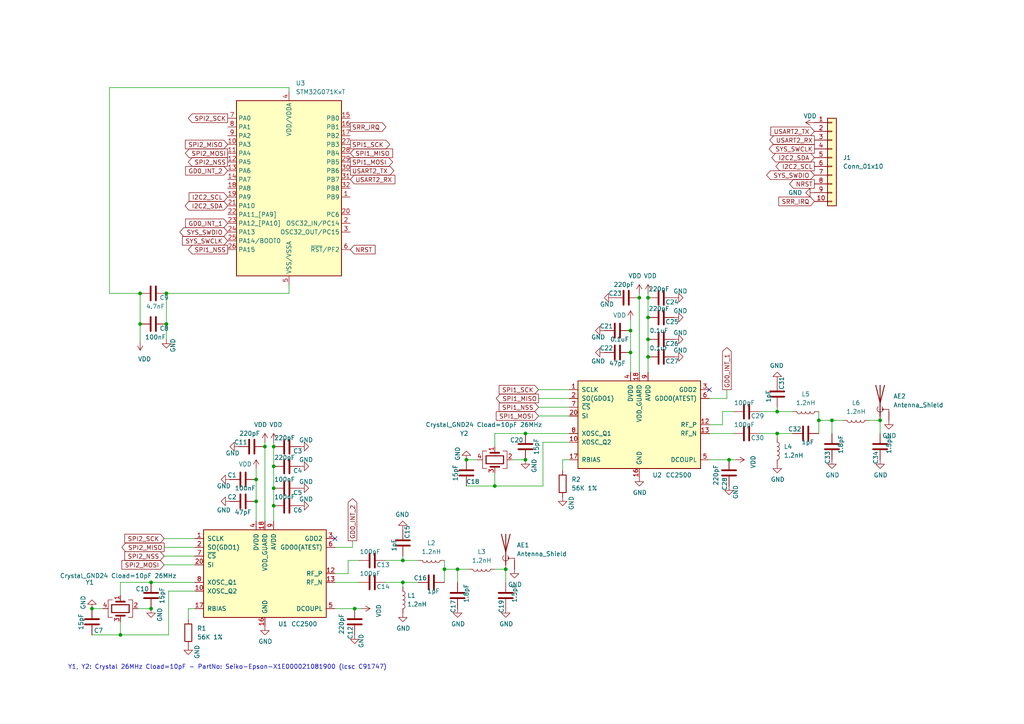
<source format=kicad_sch>
(kicad_sch (version 20230121) (generator eeschema)
  (paper "A4")
  (lib_symbols
    (symbol "Connector_Generic:Conn_01x10" (pin_names (offset 1.016) hide)
      (property "Reference" "J" (at 0 12.7 0))
      (property "Value" "Conn_01x10" (at 0 -15.24 0))
      (symbol "Conn_01x10_1_1"
        (rectangle (start -1.27 -12.573) (end 0 -12.827) (stroke (width 0.1524)))
        (rectangle (start -1.27 -10.033) (end 0 -10.287) (stroke (width 0.1524)))
        (rectangle (start -1.27 -7.493) (end 0 -7.747) (stroke (width 0.1524)))
        (rectangle (start -1.27 -4.953) (end 0 -5.207) (stroke (width 0.1524)))
        (rectangle (start -1.27 -2.413) (end 0 -2.667) (stroke (width 0.1524)))
        (rectangle (start -1.27 0.127) (end 0 -0.127) (stroke (width 0.1524)))
        (rectangle (start -1.27 2.667) (end 0 2.413) (stroke (width 0.1524)))
        (rectangle (start -1.27 5.207) (end 0 4.953) (stroke (width 0.1524)))
        (rectangle (start -1.27 7.747) (end 0 7.493) (stroke (width 0.1524)))
        (rectangle (start -1.27 10.287) (end 0 10.033) (stroke (width 0.1524)))
        (rectangle (start -1.27 11.43) (end 1.27 -13.97) (stroke (width 0.254)) (fill (type background)))
        (pin passive line (at -5.08 10.16 0) (length 3.81) (name "Pin_1") (number "1"))
        (pin passive line (at -5.08 -12.7 0) (length 3.81) (name "Pin_10") (number "10"))
        (pin passive line (at -5.08 7.62 0) (length 3.81) (name "Pin_2") (number "2"))
        (pin passive line (at -5.08 5.08 0) (length 3.81) (name "Pin_3") (number "3"))
        (pin passive line (at -5.08 2.54 0) (length 3.81) (name "Pin_4") (number "4"))
        (pin passive line (at -5.08 0 0) (length 3.81) (name "Pin_5") (number "5"))
        (pin passive line (at -5.08 -2.54 0) (length 3.81) (name "Pin_6") (number "6"))
        (pin passive line (at -5.08 -5.08 0) (length 3.81) (name "Pin_7") (number "7"))
        (pin passive line (at -5.08 -7.62 0) (length 3.81) (name "Pin_8") (number "8"))
        (pin passive line (at -5.08 -10.16 0) (length 3.81) (name "Pin_9") (number "9"))
      )
    )
    (symbol "Device:Antenna_Shield" (pin_numbers hide) (pin_names (offset 1.016) hide)
      (property "Reference" "AE" (at -1.905 4.445 0))
      (property "Value" "Antenna_Shield" (at -1.905 2.54 0))
      (symbol "Antenna_Shield_0_1"
        (arc (start -0.508 -1.143) (mid -0.8429 -2.1194) (end 0 -2.667))
        (arc (start 0 -2.667) (mid 0.7989 -2.1052) (end 0.508 -1.143))
        (polyline (pts (xy 0 -2.54) (xy 0 0)))
        (polyline (pts (xy 0 5.08) (xy 0 -3.81)) (stroke (width 0.254)))
        (polyline (pts (xy 0.762 -1.905) (xy 2.54 -1.905)))
        (polyline (pts (xy 2.54 -2.54) (xy 2.54 -1.905)))
        (polyline (pts (xy 1.27 5.08) (xy 0 0) (xy -1.27 5.08)) (stroke (width 0.254)))
        (circle (center 0.762 -1.905) (radius 0.1778) (fill (type outline)))
      )
      (symbol "Antenna_Shield_1_1"
        (pin input line (at 0 -5.08 90) (length 2.54) (name "A") (number "1"))
        (pin input line (at 2.54 -5.08 90) (length 2.54) (name "Shield") (number "2"))
      )
    )
    (symbol "Device:C" (pin_numbers hide) (pin_names (offset 0.254))
      (property "Reference" "C" (at 0.635 2.54 0))
      (property "Value" "C" (at 0.635 -2.54 0))
      (symbol "C_0_1"
        (polyline (pts (xy -2.032 -0.762) (xy 2.032 -0.762)) (stroke (width 0.508)))
        (polyline (pts (xy -2.032 0.762) (xy 2.032 0.762)) (stroke (width 0.508)))
      )
      (symbol "C_1_1"
        (pin passive line (at 0 3.81 270) (length 2.794) (name "~") (number "1"))
        (pin passive line (at 0 -3.81 90) (length 2.794) (name "~") (number "2"))
      )
    )
    (symbol "Device:Crystal_GND24" (pin_names (offset 1.016) hide)
      (property "Reference" "Y" (at 3.175 5.08 0))
      (property "Value" "Crystal_GND24" (at 3.175 3.175 0))
      (symbol "Crystal_GND24_0_1"
        (rectangle (start -1.143 2.54) (end 1.143 -2.54) (stroke (width 0.3048)))
        (polyline (pts (xy -2.54 0) (xy -2.032 0)))
        (polyline (pts (xy -2.032 -1.27) (xy -2.032 1.27)) (stroke (width 0.508)))
        (polyline (pts (xy 0 -3.81) (xy 0 -3.556)))
        (polyline (pts (xy 0 3.556) (xy 0 3.81)))
        (polyline (pts (xy 2.032 -1.27) (xy 2.032 1.27)) (stroke (width 0.508)))
        (polyline (pts (xy 2.032 0) (xy 2.54 0)))
        (polyline (pts (xy -2.54 -2.286) (xy -2.54 -3.556) (xy 2.54 -3.556) (xy 2.54 -2.286)))
        (polyline (pts (xy -2.54 2.286) (xy -2.54 3.556) (xy 2.54 3.556) (xy 2.54 2.286)))
      )
      (symbol "Crystal_GND24_1_1"
        (pin passive line (at -3.81 0 0) (length 1.27) (name "1") (number "1"))
        (pin passive line (at 0 5.08 270) (length 1.27) (name "2") (number "2"))
        (pin passive line (at 3.81 0 180) (length 1.27) (name "3") (number "3"))
        (pin passive line (at 0 -5.08 90) (length 1.27) (name "4") (number "4"))
      )
    )
    (symbol "Device:L" (pin_numbers hide) (pin_names (offset 1.016) hide)
      (property "Reference" "L" (at -1.27 0 90))
      (property "Value" "L" (at 1.905 0 90))
      (symbol "L_0_1"
        (arc (start 0 -2.54) (mid 0.6323 -1.905) (end 0 -1.27))
        (arc (start 0 -1.27) (mid 0.6323 -0.635) (end 0 0))
        (arc (start 0 0) (mid 0.6323 0.635) (end 0 1.27))
        (arc (start 0 1.27) (mid 0.6323 1.905) (end 0 2.54))
      )
      (symbol "L_1_1"
        (pin passive line (at 0 3.81 270) (length 1.27) (name "1") (number "1"))
        (pin passive line (at 0 -3.81 90) (length 1.27) (name "2") (number "2"))
      )
    )
    (symbol "Device:R" (pin_numbers hide) (pin_names (offset 0))
      (property "Reference" "R" (at 2.032 0 90))
      (property "Value" "R" (at 0 0 90))
      (symbol "R_0_1"
        (rectangle (start -1.016 -2.54) (end 1.016 2.54) (stroke (width 0.254)))
      )
      (symbol "R_1_1"
        (pin passive line (at 0 3.81 270) (length 1.27) (name "~") (number "1"))
        (pin passive line (at 0 -3.81 90) (length 1.27) (name "~") (number "2"))
      )
    )
    (symbol "MCU_ST_STM32G0:STM32G071KxT"
      (property "Reference" "U" (at -15.24 26.67 0))
      (property "Value" "STM32G071KxT" (at 1.27 26.67 0))
      (symbol "STM32G071KxT_0_1"
        (rectangle (start -15.24 -25.4) (end 15.24 25.4) (stroke (width 0.254)) (fill (type background)))
      )
      (symbol "STM32G071KxT_1_1"
        (pin bidirectional line (at 17.78 -2.54 180) (length 2.54) (name "PB9") (number "1"))
        (pin bidirectional line (at -17.78 12.7 0) (length 2.54) (name "PA3") (number "10"))
        (pin bidirectional line (at -17.78 10.16 0) (length 2.54) (name "PA4") (number "11"))
        (pin bidirectional line (at -17.78 7.62 0) (length 2.54) (name "PA5") (number "12"))
        (pin bidirectional line (at -17.78 5.08 0) (length 2.54) (name "PA6") (number "13"))
        (pin bidirectional line (at -17.78 2.54 0) (length 2.54) (name "PA7") (number "14"))
        (pin bidirectional line (at 17.78 20.32 180) (length 2.54) (name "PB0") (number "15"))
        (pin bidirectional line (at 17.78 17.78 180) (length 2.54) (name "PB1") (number "16"))
        (pin bidirectional line (at 17.78 15.24 180) (length 2.54) (name "PB2") (number "17"))
        (pin bidirectional line (at -17.78 0 0) (length 2.54) (name "PA8") (number "18"))
        (pin bidirectional line (at -17.78 -2.54 0) (length 2.54) (name "PA9") (number "19"))
        (pin bidirectional line (at 17.78 -10.16 180) (length 2.54) (name "OSC32_IN/PC14") (number "2"))
        (pin bidirectional line (at 17.78 -7.62 180) (length 2.54) (name "PC6") (number "20"))
        (pin bidirectional line (at -17.78 -5.08 0) (length 2.54) (name "PA10") (number "21"))
        (pin bidirectional line (at -17.78 -7.62 0) (length 2.54) (name "PA11_[PA9]") (number "22"))
        (pin bidirectional line (at -17.78 -10.16 0) (length 2.54) (name "PA12_[PA10]") (number "23"))
        (pin bidirectional line (at -17.78 -12.7 0) (length 2.54) (name "PA13") (number "24"))
        (pin bidirectional line (at -17.78 -15.24 0) (length 2.54) (name "PA14/BOOT0") (number "25"))
        (pin bidirectional line (at -17.78 -17.78 0) (length 2.54) (name "PA15") (number "26"))
        (pin bidirectional line (at 17.78 12.7 180) (length 2.54) (name "PB3") (number "27"))
        (pin bidirectional line (at 17.78 10.16 180) (length 2.54) (name "PB4") (number "28"))
        (pin bidirectional line (at 17.78 7.62 180) (length 2.54) (name "PB5") (number "29"))
        (pin bidirectional line (at 17.78 -12.7 180) (length 2.54) (name "OSC32_OUT/PC15") (number "3"))
        (pin bidirectional line (at 17.78 5.08 180) (length 2.54) (name "PB6") (number "30"))
        (pin bidirectional line (at 17.78 2.54 180) (length 2.54) (name "PB7") (number "31"))
        (pin bidirectional line (at 17.78 0 180) (length 2.54) (name "PB8") (number "32"))
        (pin power_in line (at 0 27.94 270) (length 2.54) (name "VDD/VDDA") (number "4"))
        (pin power_in line (at 0 -27.94 90) (length 2.54) (name "VSS/VSSA") (number "5"))
        (pin bidirectional line (at 17.78 -17.78 180) (length 2.54) (name "~{RST}/PF2") (number "6"))
        (pin bidirectional line (at -17.78 20.32 0) (length 2.54) (name "PA0") (number "7"))
        (pin bidirectional line (at -17.78 17.78 0) (length 2.54) (name "PA1") (number "8"))
        (pin bidirectional line (at -17.78 15.24 0) (length 2.54) (name "PA2") (number "9"))
      )
    )
    (symbol "RF:CC2500" (pin_names (offset 1.016))
      (property "Reference" "U" (at -16.51 13.97 0))
      (property "Value" "CC2500" (at 13.97 13.97 0))
      (symbol "CC2500_0_1"
        (rectangle (start -17.78 12.7) (end 17.78 -12.7) (stroke (width 0.254)) (fill (type background)))
      )
      (symbol "CC2500_1_1"
        (pin input line (at -20.32 10.16 0) (length 2.54) (name "SCLK") (number "1"))
        (pin passive line (at -20.32 -5.08 0) (length 2.54) (name "XOSC_Q2") (number "10"))
        (pin passive line (at 2.54 15.24 270) (length 2.54) hide (name "AVDD") (number "11"))
        (pin passive line (at 20.32 0 180) (length 2.54) (name "RF_P") (number "12"))
        (pin passive line (at 20.32 -2.54 180) (length 2.54) (name "RF_N") (number "13"))
        (pin passive line (at 2.54 15.24 270) (length 2.54) hide (name "AVDD") (number "14"))
        (pin passive line (at 2.54 15.24 270) (length 2.54) hide (name "AVDD") (number "15"))
        (pin power_in line (at 0 -15.24 90) (length 2.54) (name "GND") (number "16"))
        (pin passive line (at -20.32 -10.16 0) (length 2.54) (name "RBIAS") (number "17"))
        (pin power_in line (at 0 15.24 270) (length 2.54) (name "VDD_GUARD") (number "18"))
        (pin passive line (at 0 -15.24 90) (length 2.54) hide (name "GND") (number "19"))
        (pin bidirectional line (at -20.32 7.62 0) (length 2.54) (name "SO(GDO1)") (number "2"))
        (pin input line (at -20.32 2.54 0) (length 2.54) (name "SI") (number "20"))
        (pin passive line (at 0 -15.24 90) (length 2.54) hide (name "GND") (number "21"))
        (pin bidirectional line (at 20.32 10.16 180) (length 2.54) (name "GDO2") (number "3"))
        (pin power_in line (at -2.54 15.24 270) (length 2.54) (name "DVDD") (number "4"))
        (pin power_out line (at 20.32 -10.16 180) (length 2.54) (name "DCOUPL") (number "5"))
        (pin bidirectional line (at 20.32 7.62 180) (length 2.54) (name "GDO0(ATEST)") (number "6"))
        (pin input line (at -20.32 5.08 0) (length 2.54) (name "~{CS}") (number "7"))
        (pin passive line (at -20.32 -2.54 0) (length 2.54) (name "XOSC_Q1") (number "8"))
        (pin power_in line (at 2.54 15.24 270) (length 2.54) (name "AVDD") (number "9"))
      )
    )
    (symbol "power:GND" (power) (pin_names (offset 0))
      (property "Value" "GND" (at 0 -3.81 0))
      (symbol "GND_0_1"
        (polyline (pts (xy 0 0) (xy 0 -1.27) (xy 1.27 -1.27) (xy 0 -2.54) (xy -1.27 -1.27) (xy 0 -1.27)))
      )
      (symbol "GND_1_1"
        (pin power_in line (at 0 0 270) (length 0) hide (name "GND") (number "1"))
      )
    )
    (symbol "power:VDD" (power) (pin_names (offset 0))
      (property "Value" "VDD" (at 0 3.81 0))
      (symbol "VDD_0_1"
        (polyline (pts (xy -0.762 1.27) (xy 0 2.54)))
        (polyline (pts (xy 0 0) (xy 0 2.54)))
        (polyline (pts (xy 0 2.54) (xy 0.762 1.27)))
      )
      (symbol "VDD_1_1"
        (pin power_in line (at 0 0 90) (length 0) hide (name "VDD") (number "1"))
      )
    )
  )
  (junction (at 132.715 165.1))
  (junction (at 74.295 139.065))
  (junction (at 116.84 168.91))
  (junction (at 135.255 133.35))
  (junction (at 79.375 135.255))
  (junction (at 187.96 103.505))
  (junction (at 79.375 146.685))
  (junction (at 152.4 133.35))
  (junction (at 241.3 121.92))
  (junction (at 182.88 102.235))
  (junction (at 48.26 85.09))
  (junction (at 185.42 86.36))
  (junction (at 255.27 121.92))
  (junction (at 187.96 86.36))
  (junction (at 26.67 176.53))
  (junction (at 40.64 85.09))
  (junction (at 34.925 184.15))
  (junction (at 79.375 129.54))
  (junction (at 40.64 93.98))
  (junction (at 74.295 145.415))
  (junction (at 182.88 95.885))
  (junction (at 128.905 165.1))
  (junction (at 237.49 121.92))
  (junction (at 79.375 141.605))
  (junction (at 48.26 93.98))
  (junction (at 146.685 165.1))
  (junction (at 225.425 119.38))
  (junction (at 152.4 125.73))
  (junction (at 225.425 125.73))
  (junction (at 43.815 168.91))
  (junction (at 76.835 129.54))
  (junction (at 143.51 140.97))
  (junction (at 102.87 176.53))
  (junction (at 116.84 162.56))
  (junction (at 187.96 98.425))
  (junction (at 211.455 133.35))
  (junction (at 187.96 92.075))
  (junction (at 43.815 176.53))
  (no_connect (at 97.155 156.21))
  (no_connect (at 205.74 113.03))
  (wire (pts (xy 255.27 121.92) (xy 252.095 121.92)))
  (wire (pts (xy 56.515 176.53) (xy 54.61 176.53)))
  (wire (pts (xy 26.67 184.15) (xy 34.925 184.15)))
  (wire (pts (xy 74.295 145.415) (xy 74.295 151.13)))
  (wire (pts (xy 156.21 120.65) (xy 165.1 120.65)))
  (wire (pts (xy 97.155 158.75) (xy 102.235 158.75)))
  (wire (pts (xy 255.27 125.73) (xy 255.27 121.92)))
  (wire (pts (xy 187.96 92.075) (xy 187.96 98.425)))
  (wire (pts (xy 34.925 168.91) (xy 43.815 168.91)))
  (wire (pts (xy 79.375 141.605) (xy 79.375 146.685)))
  (wire (pts (xy 111.76 162.56) (xy 116.84 162.56)))
  (wire (pts (xy 83.82 25.4) (xy 31.75 25.4)))
  (wire (pts (xy 74.295 139.065) (xy 74.295 135.89)))
  (wire (pts (xy 211.455 133.35) (xy 213.36 133.35)))
  (wire (pts (xy 34.925 172.72) (xy 34.925 168.91)))
  (wire (pts (xy 143.51 129.54) (xy 143.51 125.73)))
  (wire (pts (xy 187.96 103.505) (xy 187.96 107.95)))
  (wire (pts (xy 47.625 161.29) (xy 56.515 161.29)))
  (wire (pts (xy 97.155 166.37) (xy 100.965 166.37)))
  (wire (pts (xy 54.61 176.53) (xy 54.61 179.705)))
  (wire (pts (xy 132.715 165.1) (xy 135.89 165.1)))
  (wire (pts (xy 241.3 121.92) (xy 244.475 121.92)))
  (wire (pts (xy 116.84 161.29) (xy 116.84 162.56)))
  (wire (pts (xy 210.82 115.57) (xy 210.82 113.03)))
  (wire (pts (xy 40.64 99.06) (xy 40.64 93.98)))
  (wire (pts (xy 182.88 95.885) (xy 182.88 102.235)))
  (wire (pts (xy 128.905 165.1) (xy 128.905 168.91)))
  (wire (pts (xy 31.75 85.09) (xy 40.64 85.09)))
  (wire (pts (xy 100.965 162.56) (xy 104.14 162.56)))
  (wire (pts (xy 205.74 123.19) (xy 209.55 123.19)))
  (wire (pts (xy 132.715 165.1) (xy 132.715 168.91)))
  (wire (pts (xy 156.21 113.03) (xy 165.1 113.03)))
  (wire (pts (xy 225.425 125.73) (xy 229.87 125.73)))
  (wire (pts (xy 48.26 93.98) (xy 48.26 85.09)))
  (wire (pts (xy 135.255 140.97) (xy 143.51 140.97)))
  (wire (pts (xy 56.515 171.45) (xy 48.895 171.45)))
  (wire (pts (xy 26.67 176.53) (xy 29.845 176.53)))
  (wire (pts (xy 128.905 162.56) (xy 128.905 165.1)))
  (wire (pts (xy 79.375 128.27) (xy 79.375 129.54)))
  (wire (pts (xy 76.835 128.27) (xy 76.835 129.54)))
  (wire (pts (xy 40.005 176.53) (xy 43.815 176.53)))
  (wire (pts (xy 182.88 102.235) (xy 182.88 107.95)))
  (wire (pts (xy 79.375 129.54) (xy 79.375 135.255)))
  (wire (pts (xy 225.425 119.38) (xy 229.87 119.38)))
  (wire (pts (xy 116.84 168.91) (xy 121.285 168.91)))
  (wire (pts (xy 156.21 115.57) (xy 165.1 115.57)))
  (wire (pts (xy 241.3 121.92) (xy 241.3 125.73)))
  (wire (pts (xy 102.87 176.53) (xy 104.775 176.53)))
  (wire (pts (xy 237.49 121.92) (xy 241.3 121.92)))
  (wire (pts (xy 237.49 119.38) (xy 237.49 121.92)))
  (wire (pts (xy 237.49 121.92) (xy 237.49 125.73)))
  (wire (pts (xy 143.51 137.16) (xy 143.51 140.97)))
  (wire (pts (xy 156.21 118.11) (xy 165.1 118.11)))
  (wire (pts (xy 205.74 133.35) (xy 211.455 133.35)))
  (wire (pts (xy 163.195 133.35) (xy 163.195 136.525)))
  (wire (pts (xy 100.965 166.37) (xy 100.965 162.56)))
  (wire (pts (xy 182.88 95.885) (xy 182.88 92.71)))
  (wire (pts (xy 97.155 168.91) (xy 104.14 168.91)))
  (wire (pts (xy 116.84 162.56) (xy 121.285 162.56)))
  (wire (pts (xy 148.59 133.35) (xy 152.4 133.35)))
  (wire (pts (xy 76.835 129.54) (xy 76.835 151.13)))
  (wire (pts (xy 47.625 156.21) (xy 56.515 156.21)))
  (wire (pts (xy 187.96 98.425) (xy 187.96 103.505)))
  (wire (pts (xy 31.75 25.4) (xy 31.75 85.09)))
  (wire (pts (xy 48.26 98.425) (xy 48.26 93.98)))
  (wire (pts (xy 209.55 119.38) (xy 212.725 119.38)))
  (wire (pts (xy 143.51 125.73) (xy 152.4 125.73)))
  (wire (pts (xy 128.905 165.1) (xy 132.715 165.1)))
  (wire (pts (xy 97.155 176.53) (xy 102.87 176.53)))
  (wire (pts (xy 165.1 133.35) (xy 163.195 133.35)))
  (wire (pts (xy 47.625 163.83) (xy 56.515 163.83)))
  (wire (pts (xy 143.51 140.97) (xy 157.48 140.97)))
  (wire (pts (xy 79.375 146.685) (xy 79.375 151.13)))
  (wire (pts (xy 205.74 125.73) (xy 212.725 125.73)))
  (wire (pts (xy 47.625 158.75) (xy 56.515 158.75)))
  (wire (pts (xy 185.42 86.36) (xy 185.42 107.95)))
  (wire (pts (xy 74.295 139.065) (xy 74.295 145.415)))
  (wire (pts (xy 225.425 118.11) (xy 225.425 119.38)))
  (wire (pts (xy 146.685 168.91) (xy 146.685 165.1)))
  (wire (pts (xy 102.235 158.75) (xy 102.235 156.845)))
  (wire (pts (xy 187.96 86.36) (xy 187.96 92.075)))
  (wire (pts (xy 34.925 184.15) (xy 48.895 184.15)))
  (wire (pts (xy 83.82 82.55) (xy 83.82 85.09)))
  (wire (pts (xy 220.345 119.38) (xy 225.425 119.38)))
  (wire (pts (xy 185.42 85.09) (xy 185.42 86.36)))
  (wire (pts (xy 116.84 168.91) (xy 116.84 170.18)))
  (wire (pts (xy 205.74 115.57) (xy 210.82 115.57)))
  (wire (pts (xy 165.1 128.27) (xy 157.48 128.27)))
  (wire (pts (xy 111.76 168.91) (xy 116.84 168.91)))
  (wire (pts (xy 40.64 93.98) (xy 40.64 85.09)))
  (wire (pts (xy 83.82 25.4) (xy 83.82 26.67)))
  (wire (pts (xy 209.55 123.19) (xy 209.55 119.38)))
  (wire (pts (xy 157.48 128.27) (xy 157.48 140.97)))
  (wire (pts (xy 152.4 125.73) (xy 165.1 125.73)))
  (wire (pts (xy 135.255 133.35) (xy 138.43 133.35)))
  (wire (pts (xy 43.815 168.91) (xy 56.515 168.91)))
  (wire (pts (xy 48.26 85.09) (xy 83.82 85.09)))
  (wire (pts (xy 34.925 180.34) (xy 34.925 184.15)))
  (wire (pts (xy 48.895 171.45) (xy 48.895 184.15)))
  (wire (pts (xy 225.425 125.73) (xy 225.425 127)))
  (wire (pts (xy 146.685 165.1) (xy 143.51 165.1)))
  (wire (pts (xy 79.375 135.255) (xy 79.375 141.605)))
  (wire (pts (xy 187.96 85.09) (xy 187.96 86.36)))
  (wire (pts (xy 220.345 125.73) (xy 225.425 125.73)))
  (text "Y1, Y2: Crystal 26MHz Cload=10pF - PartNo: Seiko-Epson-X1E000021081900 (lcsc C91747)\n" (at 19.685 194.31 0) (effects (font (size 1.27 1.27)) (justify left bottom)))
  (global_label "GD0_INT_1" (shape input) (at 66.04 64.77 180) (property "Intersheetrefs" "${INTERSHEET_REFS}" (effects hide)))
  (global_label "NRST" (shape output) (at 236.22 53.34 180) (property "Intersheetrefs" "${INTERSHEET_REFS}" (effects hide)))
  (global_label "SPI1_MISO" (shape input) (at 101.6 44.45 0) (property "Intersheetrefs" "${INTERSHEET_REFS}" (effects hide)))
  (global_label "SRR_IRQ" (shape input) (at 236.22 58.42 180) (property "Intersheetrefs" "${INTERSHEET_REFS}" (effects hide)))
  (global_label "SPI2_MISO" (shape input) (at 66.04 41.91 180) (property "Intersheetrefs" "${INTERSHEET_REFS}" (effects hide)))
  (global_label "GD0_INT_2" (shape input) (at 66.04 49.53 180) (property "Intersheetrefs" "${INTERSHEET_REFS}" (effects hide)))
  (global_label "I2C2_SDA" (shape bidirectional) (at 66.04 59.69 180) (property "Intersheetrefs" "${INTERSHEET_REFS}" (effects hide)))
  (global_label "SPI2_SCK" (shape input) (at 47.625 156.21 180) (property "Intersheetrefs" "${INTERSHEET_REFS}" (effects hide)))
  (global_label "USART2_RX" (shape input) (at 101.6 52.07 0) (property "Intersheetrefs" "${INTERSHEET_REFS}" (effects hide)))
  (global_label "SPI1_NSS" (shape output) (at 66.04 72.39 180) (property "Intersheetrefs" "${INTERSHEET_REFS}" (effects hide)))
  (global_label "SYS_SWDIO" (shape bidirectional) (at 66.04 67.31 180) (property "Intersheetrefs" "${INTERSHEET_REFS}" (effects hide)))
  (global_label "GD0_INT_2" (shape output) (at 102.235 156.845 90) (property "Intersheetrefs" "${INTERSHEET_REFS}" (effects hide)))
  (global_label "NRST" (shape input) (at 101.6 72.39 0) (property "Intersheetrefs" "${INTERSHEET_REFS}" (effects hide)))
  (global_label "SYS_SWCLK" (shape output) (at 236.22 43.18 180) (property "Intersheetrefs" "${INTERSHEET_REFS}" (effects hide)))
  (global_label "SYS_SWDIO" (shape bidirectional) (at 236.22 50.8 180) (property "Intersheetrefs" "${INTERSHEET_REFS}" (effects hide)))
  (global_label "SPI1_SCK" (shape output) (at 101.6 41.91 0) (property "Intersheetrefs" "${INTERSHEET_REFS}" (effects hide)))
  (global_label "USART2_RX" (shape output) (at 236.22 40.64 180) (property "Intersheetrefs" "${INTERSHEET_REFS}" (effects hide)))
  (global_label "SPI1_SCK" (shape input) (at 156.21 113.03 180) (property "Intersheetrefs" "${INTERSHEET_REFS}" (effects hide)))
  (global_label "USART2_TX" (shape input) (at 236.22 38.1 180) (property "Intersheetrefs" "${INTERSHEET_REFS}" (effects hide)))
  (global_label "SYS_SWCLK" (shape input) (at 66.04 69.85 180) (property "Intersheetrefs" "${INTERSHEET_REFS}" (effects hide)))
  (global_label "I2C2_SDA" (shape bidirectional) (at 236.22 45.72 180) (property "Intersheetrefs" "${INTERSHEET_REFS}" (effects hide)))
  (global_label "SPI2_NSS" (shape input) (at 47.625 161.29 180) (property "Intersheetrefs" "${INTERSHEET_REFS}" (effects hide)))
  (global_label "SPI1_MOSI" (shape input) (at 156.21 120.65 180) (property "Intersheetrefs" "${INTERSHEET_REFS}" (effects hide)))
  (global_label "SPI1_MOSI" (shape output) (at 101.6 46.99 0) (property "Intersheetrefs" "${INTERSHEET_REFS}" (effects hide)))
  (global_label "SPI2_MISO" (shape output) (at 47.625 158.75 180) (property "Intersheetrefs" "${INTERSHEET_REFS}" (effects hide)))
  (global_label "USART2_TX" (shape output) (at 101.6 49.53 0) (property "Intersheetrefs" "${INTERSHEET_REFS}" (effects hide)))
  (global_label "SPI1_NSS" (shape input) (at 156.21 118.11 180) (property "Intersheetrefs" "${INTERSHEET_REFS}" (effects hide)))
  (global_label "SPI2_NSS" (shape output) (at 66.04 46.99 180) (property "Intersheetrefs" "${INTERSHEET_REFS}" (effects hide)))
  (global_label "SRR_IRQ" (shape output) (at 101.6 36.83 0) (property "Intersheetrefs" "${INTERSHEET_REFS}" (effects hide)))
  (global_label "SPI1_MISO" (shape output) (at 156.21 115.57 180) (property "Intersheetrefs" "${INTERSHEET_REFS}" (effects hide)))
  (global_label "GD0_INT_1" (shape output) (at 210.82 113.03 90) (property "Intersheetrefs" "${INTERSHEET_REFS}" (effects hide)))
  (global_label "SPI2_MOSI" (shape output) (at 66.04 44.45 180) (property "Intersheetrefs" "${INTERSHEET_REFS}" (effects hide)))
  (global_label "I2C2_SCL" (shape input) (at 66.04 57.15 180) (property "Intersheetrefs" "${INTERSHEET_REFS}" (effects hide)))
  (global_label "SPI2_MOSI" (shape input) (at 47.625 163.83 180) (property "Intersheetrefs" "${INTERSHEET_REFS}" (effects hide)))
  (global_label "I2C2_SCL" (shape output) (at 236.22 48.26 180) (property "Intersheetrefs" "${INTERSHEET_REFS}" (effects hide)))
  (global_label "SPI2_SCK" (shape output) (at 66.04 34.29 180) (property "Intersheetrefs" "${INTERSHEET_REFS}" (effects hide)))
  (symbol (lib_id "Device:C") (at 83.185 146.685 270) (unit 1)
    (property "Reference" "C6" (at 86.36 147.955 90))
    (property "Value" "100nF" (at 82.55 144.145 90))
    (property "Footprint" "Capacitor_SMD:C_0402_1005Metric" (effects hide))
    (property "LCSC" "C1525" (effects hide))
  )
  (symbol (lib_id "Device:C") (at 152.4 129.54 180) (unit 1)
    (property "Reference" "C20" (at 149.86 127.635 0))
    (property "Value" "15pF" (at 155.575 129.54 90))
    (property "Footprint" "Capacitor_SMD:C_0402_1005Metric" (effects hide))
    (property "LCSC" "C1548" (effects hide))
  )
  (symbol (lib_id "Device:C") (at 116.84 157.48 0) (unit 1)
    (property "Reference" "C15" (at 118.11 154.305 90))
    (property "Value" "1pF" (at 114.3 158.115 90))
    (property "Footprint" "Capacitor_SMD:C_0402_1005Metric" (effects hide))
    (property "LCSC" "C1550" (effects hide))
  )
  (symbol (lib_id "power:GND") (at 116.84 153.67 180) (unit 1)
    (property "Reference" "#PWR0122" (effects hide))
    (property "Value" "GND" (at 118.745 149.225 0) (effects (justify left)))
  )
  (symbol (lib_id "power:GND") (at 48.26 98.425 0) (unit 1)
    (property "Reference" "#PWR0113" (effects hide))
    (property "Value" "GND" (at 50.165 102.235 90) (effects (justify left)))
  )
  (symbol (lib_id "power:GND") (at 86.995 146.685 90) (unit 1)
    (property "Reference" "#PWR0107" (effects hide))
    (property "Value" "GND" (at 90.805 144.78 90) (effects (justify left)))
  )
  (symbol (lib_id "Device:C") (at 83.185 135.255 270) (unit 1)
    (property "Reference" "C4" (at 86.36 136.525 90))
    (property "Value" "220pF" (at 82.55 132.715 90))
    (property "Footprint" "Capacitor_SMD:C_0402_1005Metric" (effects hide))
    (property "LCSC" "C16772" (effects hide))
  )
  (symbol (lib_id "Device:C") (at 241.3 129.54 180) (unit 1)
    (property "Reference" "C33" (at 240.03 132.715 90))
    (property "Value" "1.8pF" (at 243.84 128.905 90))
    (property "Footprint" "Capacitor_SMD:C_0402_1005Metric" (effects hide))
    (property "LCSC" "C76902" (effects hide))
  )
  (symbol (lib_id "Device:C") (at 135.255 137.16 0) (unit 1)
    (property "Reference" "C18" (at 137.16 139.7 0))
    (property "Value" "15pF" (at 132.08 137.16 90))
    (property "Footprint" "Capacitor_SMD:C_0402_1005Metric" (effects hide))
    (property "LCSC" "C1548" (effects hide))
  )
  (symbol (lib_id "power:GND") (at 225.425 110.49 180) (unit 1)
    (property "Reference" "#PWR0123" (effects hide))
    (property "Value" "GND" (at 227.33 106.045 0) (effects (justify left)))
  )
  (symbol (lib_id "power:GND") (at 195.58 92.075 90) (unit 1)
    (property "Reference" "#PWR0135" (effects hide))
    (property "Value" "GND" (at 199.39 90.17 90) (effects (justify left)))
  )
  (symbol (lib_id "power:VDD") (at 236.22 35.56 90) (unit 1)
    (property "Reference" "#PWR0144" (effects hide))
    (property "Value" "VDD" (at 234.95 33.655 90))
  )
  (symbol (lib_id "Device:C") (at 26.67 180.34 0) (unit 1)
    (property "Reference" "C7" (at 28.575 182.88 0))
    (property "Value" "15pF" (at 23.495 180.34 90))
    (property "Footprint" "Capacitor_SMD:C_0402_1005Metric" (effects hide))
    (property "LCSC" "C1548" (effects hide))
  )
  (symbol (lib_id "Device:C") (at 211.455 137.16 180) (unit 1)
    (property "Reference" "C28" (at 210.185 140.335 90))
    (property "Value" "220pF" (at 207.645 137.795 90))
    (property "Footprint" "Capacitor_SMD:C_0402_1005Metric" (effects hide))
    (property "LCSC" "C16772" (effects hide))
  )
  (symbol (lib_id "Device:C") (at 191.77 86.36 270) (unit 1)
    (property "Reference" "C24" (at 194.945 87.63 90))
    (property "Value" "220pF" (at 191.135 83.82 90))
    (property "Footprint" "Capacitor_SMD:C_0402_1005Metric" (effects hide))
    (property "LCSC" "C16772" (effects hide))
  )
  (symbol (lib_id "power:GND") (at 152.4 133.35 0) (unit 1)
    (property "Reference" "#PWR0132" (effects hide))
    (property "Value" "GND" (at 154.94 137.16 90) (effects (justify left)))
  )
  (symbol (lib_id "MCU_ST_STM32G0:STM32G071KxT") (at 83.82 54.61 0) (unit 1) (in_bom no)
    (property "Reference" "U3" (at 85.7759 24.13 0) (effects (justify left)))
    (property "Value" "STM32G071KxT" (at 85.7759 26.67 0) (effects (justify left)))
    (property "Footprint" "Package_QFP:LQFP-32_7x7mm_P0.8mm" (effects hide))
    (property "Datasheet" "https://www.st.com/resource/en/datasheet/stm32g071kb.pdf" (effects hide))
  )
  (symbol (lib_id "Device:C") (at 191.77 98.425 270) (unit 1)
    (property "Reference" "C26" (at 194.945 99.695 90))
    (property "Value" "0.1uF" (at 191.135 95.885 90))
    (property "Footprint" "Capacitor_SMD:C_0402_1005Metric" (effects hide))
    (property "LCSC" "C1525" (effects hide))
  )
  (symbol (lib_id "power:GND") (at 26.67 176.53 180) (unit 1)
    (property "Reference" "#PWR0114" (effects hide))
    (property "Value" "GND" (at 24.13 172.72 90) (effects (justify left)))
  )
  (symbol (lib_id "power:GND") (at 195.58 103.505 90) (unit 1)
    (property "Reference" "#PWR0142" (effects hide))
    (property "Value" "GND" (at 199.39 101.6 90) (effects (justify left)))
  )
  (symbol (lib_id "power:GND") (at 102.87 184.15 0) (unit 1)
    (property "Reference" "#PWR0118" (effects hide))
    (property "Value" "GND" (at 104.775 187.96 90) (effects (justify left)))
  )
  (symbol (lib_id "RF:CC2500") (at 185.42 123.19 0) (unit 1)
    (property "Reference" "U2" (at 189.23 137.795 0) (effects (justify left)))
    (property "Value" "CC2500" (at 193.04 137.795 0) (effects (justify left)))
    (property "Footprint" "Package_DFN_QFN:Texas_S-PVQFN-N20_EP2.4x2.4mm" (effects hide))
    (property "Datasheet" "http://www.ti.com/lit/ds/symlink/cc2500.pdf" (effects hide))
    (property "LCSC" "C57494" (effects hide))
  )
  (symbol (lib_id "Device:C") (at 73.025 129.54 90) (unit 1)
    (property "Reference" "C11" (at 69.85 128.27 90))
    (property "Value" "220pF" (at 72.39 125.73 90))
    (property "Footprint" "Capacitor_SMD:C_0402_1005Metric" (effects hide))
    (property "LCSC" "C16772" (effects hide))
  )
  (symbol (lib_id "power:VDD") (at 74.295 135.89 0) (unit 1)
    (property "Reference" "#PWR0105" (effects hide))
    (property "Value" "VDD" (at 71.12 134.62 0))
  )
  (symbol (lib_id "Device:C") (at 102.87 180.34 180) (unit 1)
    (property "Reference" "C12" (at 101.6 183.515 90))
    (property "Value" "220pF" (at 99.06 180.975 90))
    (property "Footprint" "Capacitor_SMD:C_0402_1005Metric" (effects hide))
    (property "LCSC" "C16772" (effects hide))
  )
  (symbol (lib_id "power:VDD") (at 104.775 176.53 270) (unit 1)
    (property "Reference" "#PWR0119" (effects hide))
    (property "Value" "VDD" (at 109.855 177.165 0))
  )
  (symbol (lib_id "Device:L") (at 233.68 119.38 270) (unit 1)
    (property "Reference" "L5" (at 233.68 114.3 90))
    (property "Value" "1.2nH" (at 233.68 116.84 90))
    (property "Footprint" "Inductor_SMD:L_0402_1005Metric" (effects hide))
    (property "LCSC" "C77117" (effects hide))
    (property "Alt partnumbers" "C279955" (effects hide))
  )
  (symbol (lib_id "power:VDD") (at 185.42 85.09 0) (unit 1)
    (property "Reference" "#PWR0138" (effects hide))
    (property "Value" "VDD" (at 184.15 80.01 0))
  )
  (symbol (lib_id "power:GND") (at 66.675 139.065 270) (unit 1)
    (property "Reference" "#PWR0104" (effects hide))
    (property "Value" "GND" (at 62.865 140.97 90) (effects (justify left)))
  )
  (symbol (lib_id "power:VDD") (at 187.96 85.09 0) (unit 1)
    (property "Reference" "#PWR0140" (effects hide))
    (property "Value" "VDD" (at 188.595 80.01 0))
  )
  (symbol (lib_id "Device:R") (at 54.61 183.515 0) (unit 1)
    (property "Reference" "R1" (at 57.15 182.2449 0) (effects (justify left)))
    (property "Value" "56K 1%" (at 57.15 184.7849 0) (effects (justify left)))
    (property "Footprint" "Resistor_SMD:R_0402_1005Metric" (effects hide))
    (property "LCSC" "C25796" (effects hide))
  )
  (symbol (lib_id "power:GND") (at 146.685 176.53 0) (unit 1)
    (property "Reference" "#PWR0129" (effects hide))
    (property "Value" "GND" (at 144.78 180.975 0) (effects (justify left)))
  )
  (symbol (lib_id "Device:C") (at 83.185 129.54 270) (unit 1)
    (property "Reference" "C3" (at 86.36 130.81 90))
    (property "Value" "220pF" (at 82.55 127 90))
    (property "Footprint" "Capacitor_SMD:C_0402_1005Metric" (effects hide))
    (property "LCSC" "C16772" (effects hide))
  )
  (symbol (lib_id "Device:L") (at 225.425 130.81 0) (unit 1)
    (property "Reference" "L4" (at 227.33 129.5399 0) (effects (justify left)))
    (property "Value" "1.2nH" (at 227.33 132.0799 0) (effects (justify left)))
    (property "Footprint" "Inductor_SMD:L_0402_1005Metric" (effects hide))
    (property "LCSC" "C77117" (effects hide))
    (property "Alt partnumbers" "C279955" (effects hide))
  )
  (symbol (lib_id "Device:C") (at 44.45 93.98 270) (unit 1)
    (property "Reference" "C8" (at 47.625 95.25 90))
    (property "Value" "100nF" (at 45.085 97.79 90))
    (property "Footprint" "Capacitor_SMD:C_0402_1005Metric" (effects hide))
    (property "LCSC" "C1525" (effects hide))
  )
  (symbol (lib_id "Device:C") (at 179.07 95.885 90) (unit 1)
    (property "Reference" "C21" (at 175.895 94.615 90))
    (property "Value" "0.1uF" (at 179.705 98.425 90))
    (property "Footprint" "Capacitor_SMD:C_0402_1005Metric" (effects hide))
    (property "LCSC" "C1525" (effects hide))
  )
  (symbol (lib_id "power:GND") (at 86.995 129.54 90) (unit 1)
    (property "Reference" "#PWR0102" (effects hide))
    (property "Value" "GND" (at 90.805 127.635 90) (effects (justify left)))
  )
  (symbol (lib_id "Device:R") (at 163.195 140.335 0) (unit 1)
    (property "Reference" "R2" (at 165.735 139.0649 0) (effects (justify left)))
    (property "Value" "56K 1%" (at 165.735 141.6049 0) (effects (justify left)))
    (property "Footprint" "Resistor_SMD:R_0402_1005Metric" (effects hide))
    (property "LCSC" "C25796" (effects hide))
  )
  (symbol (lib_id "power:GND") (at 225.425 134.62 0) (unit 1)
    (property "Reference" "#PWR0126" (effects hide))
    (property "Value" "GND" (at 223.52 139.065 0) (effects (justify left)))
  )
  (symbol (lib_id "power:GND") (at 66.675 145.415 270) (unit 1)
    (property "Reference" "#PWR0106" (effects hide))
    (property "Value" "GND" (at 62.865 147.955 90) (effects (justify left)))
  )
  (symbol (lib_id "power:GND") (at 132.715 176.53 0) (unit 1)
    (property "Reference" "#PWR0121" (effects hide))
    (property "Value" "GND" (at 130.81 180.975 0) (effects (justify left)))
  )
  (symbol (lib_id "Device:C") (at 216.535 125.73 270) (unit 1)
    (property "Reference" "C30" (at 219.71 127 90))
    (property "Value" "100pF" (at 215.9 123.19 90))
    (property "Footprint" "Capacitor_SMD:C_0402_1005Metric" (effects hide))
    (property "LCSC" "C1546" (effects hide))
  )
  (symbol (lib_id "power:GND") (at 257.81 121.92 0) (unit 1)
    (property "Reference" "#PWR0145" (effects hide))
    (property "Value" "GND" (at 255.905 126.365 0) (effects (justify left)))
  )
  (symbol (lib_id "power:GND") (at 149.225 165.1 0) (unit 1)
    (property "Reference" "#PWR0146" (effects hide))
    (property "Value" "GND" (at 147.32 169.545 0) (effects (justify left)))
  )
  (symbol (lib_id "power:GND") (at 43.815 176.53 0) (unit 1)
    (property "Reference" "#PWR0115" (effects hide))
    (property "Value" "GND" (at 46.355 180.34 90) (effects (justify left)))
  )
  (symbol (lib_id "RF:CC2500") (at 76.835 166.37 0) (unit 1)
    (property "Reference" "U1" (at 80.645 180.975 0) (effects (justify left)))
    (property "Value" "CC2500" (at 84.455 180.975 0) (effects (justify left)))
    (property "Footprint" "Package_DFN_QFN:Texas_S-PVQFN-N20_EP2.4x2.4mm" (effects hide))
    (property "Datasheet" "http://www.ti.com/lit/ds/symlink/cc2500.pdf" (effects hide))
    (property "LCSC" "C57494" (effects hide))
  )
  (symbol (lib_id "power:VDD") (at 79.375 128.27 0) (unit 1)
    (property "Reference" "#PWR0101" (effects hide))
    (property "Value" "VDD" (at 80.01 123.19 0))
  )
  (symbol (lib_id "Device:C") (at 83.185 141.605 270) (unit 1)
    (property "Reference" "C5" (at 86.36 142.875 90))
    (property "Value" "100nF" (at 82.55 139.065 90))
    (property "Footprint" "Capacitor_SMD:C_0402_1005Metric" (effects hide))
    (property "LCSC" "C1525" (effects hide))
  )
  (symbol (lib_id "power:GND") (at 177.8 86.36 270) (unit 1)
    (property "Reference" "#PWR0137" (effects hide))
    (property "Value" "GND" (at 173.99 88.265 90) (effects (justify left)))
  )
  (symbol (lib_id "power:GND") (at 195.58 86.36 90) (unit 1)
    (property "Reference" "#PWR0134" (effects hide))
    (property "Value" "GND" (at 199.39 84.455 90) (effects (justify left)))
  )
  (symbol (lib_id "power:VDD") (at 182.88 92.71 0) (unit 1)
    (property "Reference" "#PWR0139" (effects hide))
    (property "Value" "VDD" (at 179.705 91.44 0))
  )
  (symbol (lib_id "Device:Crystal_GND24") (at 34.925 176.53 270) (unit 1)
    (property "Reference" "Y1" (at 26.035 168.91 90))
    (property "Value" "Crystal_GND24 Cload=10pF 26MHz" (at 34.29 167.005 90))
    (property "Footprint" "Crystal:Crystal_SMD_3225-4Pin_3.2x2.5mm" (effects hide))
    (property "Alt partnumbers" "ABM3B-26.000MHZ-10-1-U-T / ECS-260-10-36B-CKY-TR / NX3225SA-26.000M-STD-CSQ-1 / 7M-26.000MEEQ-T /  NDK, AT-41CD2 (only two pins) / NDK NX3225SA-26MHz-STD-CSR-6 (8pF lcsc) / WTL3M45405LZ (lcsc C963529) / Seiko-Epson-X1E000021081900 (lcsc C91747)" (effects hide))
    (property "LCSC" "C91747" (effects hide))
  )
  (symbol (lib_id "Device:L") (at 125.095 162.56 270) (unit 1)
    (property "Reference" "L2" (at 125.095 157.48 90))
    (property "Value" "1.2nH" (at 125.095 160.02 90))
    (property "Footprint" "Inductor_SMD:L_0402_1005Metric" (effects hide))
    (property "LCSC" "C77117" (effects hide))
    (property "Alt partnumbers" "C279955" (effects hide))
  )
  (symbol (lib_id "Device:C") (at 44.45 85.09 270) (unit 1)
    (property "Reference" "C9" (at 47.625 86.36 90))
    (property "Value" "4.7nF" (at 45.085 88.9 90))
    (property "Footprint" "Capacitor_SMD:C_0402_1005Metric" (effects hide))
    (property "LCSC" "C1538" (effects hide))
  )
  (symbol (lib_id "power:GND") (at 211.455 140.97 0) (unit 1)
    (property "Reference" "#PWR0124" (effects hide))
    (property "Value" "GND" (at 213.36 144.78 90) (effects (justify left)))
  )
  (symbol (lib_id "power:GND") (at 195.58 98.425 90) (unit 1)
    (property "Reference" "#PWR0141" (effects hide))
    (property "Value" "GND" (at 199.39 96.52 90) (effects (justify left)))
  )
  (symbol (lib_id "Connector_Generic:Conn_01x10") (at 241.3 45.72 0) (unit 1) (in_bom no)
    (property "Reference" "J1" (at 244.475 45.7199 0) (effects (justify left)))
    (property "Value" "Conn_01x10" (at 244.475 48.2599 0) (effects (justify left)))
    (property "Footprint" "WiRoc:FPC-Connector_1x10-1MP_P0.5mm_Horizontal" (effects hide))
  )
  (symbol (lib_id "Device:C") (at 70.485 145.415 90) (unit 1)
    (property "Reference" "C2" (at 67.31 144.145 90))
    (property "Value" "47pF" (at 70.485 148.59 90))
    (property "Footprint" "Capacitor_SMD:C_0402_1005Metric" (effects hide))
    (property "LCSC" "C1567" (effects hide))
  )
  (symbol (lib_id "power:VDD") (at 213.36 133.35 270) (unit 1)
    (property "Reference" "#PWR0125" (effects hide))
    (property "Value" "VDD" (at 218.44 133.985 0))
  )
  (symbol (lib_id "Device:L") (at 139.7 165.1 270) (unit 1)
    (property "Reference" "L3" (at 139.7 160.02 90))
    (property "Value" "1.2nH" (at 139.7 162.56 90))
    (property "Footprint" "Inductor_SMD:L_0402_1005Metric" (effects hide))
    (property "LCSC" "C77117" (effects hide))
    (property "Alt partnumbers" "C279955" (effects hide))
  )
  (symbol (lib_id "power:GND") (at 86.995 135.255 90) (unit 1)
    (property "Reference" "#PWR0103" (effects hide))
    (property "Value" "GND" (at 90.805 133.35 90) (effects (justify left)))
  )
  (symbol (lib_id "Device:C") (at 107.95 162.56 270) (unit 1)
    (property "Reference" "C13" (at 111.125 163.83 90))
    (property "Value" "100pF" (at 107.315 160.02 90))
    (property "Footprint" "Capacitor_SMD:C_0402_1005Metric" (effects hide))
    (property "LCSC" "C1546" (effects hide))
  )
  (symbol (lib_id "Device:C") (at 191.77 103.505 270) (unit 1)
    (property "Reference" "C27" (at 194.945 104.775 90))
    (property "Value" "0.1uF" (at 191.135 100.965 90))
    (property "Footprint" "Capacitor_SMD:C_0402_1005Metric" (effects hide))
    (property "LCSC" "C1525" (effects hide))
  )
  (symbol (lib_id "Device:C") (at 43.815 172.72 180) (unit 1)
    (property "Reference" "C10" (at 41.275 170.815 0))
    (property "Value" "15pF" (at 46.99 172.72 90))
    (property "Footprint" "Capacitor_SMD:C_0402_1005Metric" (effects hide))
    (property "LCSC" "C1548" (effects hide))
  )
  (symbol (lib_id "power:GND") (at 76.835 181.61 0) (unit 1)
    (property "Reference" "#PWR0117" (effects hide))
    (property "Value" "GND" (at 74.93 186.055 0) (effects (justify left)))
  )
  (symbol (lib_id "power:GND") (at 69.215 129.54 270) (unit 1)
    (property "Reference" "#PWR0110" (effects hide))
    (property "Value" "GND" (at 65.405 131.445 90) (effects (justify left)))
  )
  (symbol (lib_id "power:GND") (at 236.22 55.88 270) (unit 1)
    (property "Reference" "#PWR0143" (effects hide))
    (property "Value" "GND" (at 228.6 55.88 90) (effects (justify left)))
  )
  (symbol (lib_id "Device:C") (at 191.77 92.075 270) (unit 1)
    (property "Reference" "C25" (at 194.945 93.345 90))
    (property "Value" "220pF" (at 191.135 89.535 90))
    (property "Footprint" "Capacitor_SMD:C_0402_1005Metric" (effects hide))
    (property "LCSC" "C16772" (effects hide))
  )
  (symbol (lib_id "Device:C") (at 216.535 119.38 270) (unit 1)
    (property "Reference" "C29" (at 219.71 120.65 90))
    (property "Value" "100pF" (at 215.9 116.84 90))
    (property "Footprint" "Capacitor_SMD:C_0402_1005Metric" (effects hide))
    (property "LCSC" "C1546" (effects hide))
  )
  (symbol (lib_id "Device:Crystal_GND24") (at 143.51 133.35 270) (unit 1)
    (property "Reference" "Y2" (at 134.62 125.73 90))
    (property "Value" "Crystal_GND24 Cload=10pF 26MHz" (at 140.335 123.19 90))
    (property "Footprint" "Crystal:Crystal_SMD_3225-4Pin_3.2x2.5mm" (effects hide))
    (property "Alt partnumbers" "ABM3B-26.000MHZ-10-1-U-T / ECS-260-10-36B-CKY-TR / NX3225SA-26.000M-STD-CSQ-1 / 7M-26.000MEEQ-T /  NDK, AT-41CD2 (only two pins) / NDK NX3225SA-26MHz-STD-CSR-6 (8pF lcsc) / WTL3M45405LZ (lcsc C963529) / Seiko-Epson-X1E000021081900 (lcsc C91747)" (effects hide))
    (property "LCSC" "C91747" (effects hide))
  )
  (symbol (lib_id "power:GND") (at 163.195 144.145 0) (unit 1)
    (property "Reference" "#PWR0133" (effects hide))
    (property "Value" "GND" (at 165.735 147.955 90) (effects (justify left)))
  )
  (symbol (lib_id "power:GND") (at 86.995 141.605 90) (unit 1)
    (property "Reference" "#PWR0108" (effects hide))
    (property "Value" "GND" (at 90.805 139.7 90) (effects (justify left)))
  )
  (symbol (lib_id "Device:C") (at 146.685 172.72 180) (unit 1)
    (property "Reference" "C19" (at 145.415 175.895 90))
    (property "Value" "1.5pF" (at 149.225 172.085 90))
    (property "Footprint" "Capacitor_SMD:C_0402_1005Metric" (effects hide))
    (property "LCSC" "C282238" (effects hide))
  )
  (symbol (lib_id "Device:C") (at 225.425 114.3 0) (unit 1)
    (property "Reference" "C31" (at 226.695 111.125 90))
    (property "Value" "1pF" (at 222.885 114.935 90))
    (property "Footprint" "Capacitor_SMD:C_0402_1005Metric" (effects hide))
    (property "LCSC" "C1550" (effects hide))
  )
  (symbol (lib_id "Device:C") (at 233.68 125.73 90) (unit 1)
    (property "Reference" "C32" (at 230.505 124.46 90))
    (property "Value" "1pF" (at 234.315 128.27 90))
    (property "Footprint" "Capacitor_SMD:C_0402_1005Metric" (effects hide))
    (property "LCSC" "C1550" (effects hide))
  )
  (symbol (lib_id "Device:C") (at 179.07 102.235 90) (unit 1)
    (property "Reference" "C22" (at 175.895 100.965 90))
    (property "Value" "47pF" (at 179.07 105.41 90))
    (property "Footprint" "Capacitor_SMD:C_0402_1005Metric" (effects hide))
    (property "LCSC" "C1567" (effects hide))
  )
  (symbol (lib_id "Device:C") (at 132.715 172.72 180) (unit 1)
    (property "Reference" "C17" (at 131.445 175.895 90))
    (property "Value" "1.8pF" (at 135.255 172.085 90))
    (property "Footprint" "Capacitor_SMD:C_0402_1005Metric" (effects hide))
    (property "LCSC" "C76902" (effects hide))
  )
  (symbol (lib_id "Device:C") (at 107.95 168.91 270) (unit 1)
    (property "Reference" "C14" (at 111.125 170.18 90))
    (property "Value" "100pF" (at 107.315 166.37 90))
    (property "Footprint" "Capacitor_SMD:C_0402_1005Metric" (effects hide))
    (property "LCSC" "C1546" (effects hide))
  )
  (symbol (lib_id "power:GND") (at 175.26 102.235 270) (unit 1)
    (property "Reference" "#PWR0130" (effects hide))
    (property "Value" "GND" (at 171.45 104.775 90) (effects (justify left)))
  )
  (symbol (lib_id "power:GND") (at 54.61 187.325 0) (unit 1)
    (property "Reference" "#PWR0116" (effects hide))
    (property "Value" "GND" (at 57.15 191.135 90) (effects (justify left)))
  )
  (symbol (lib_id "power:GND") (at 185.42 138.43 0) (unit 1)
    (property "Reference" "#PWR0131" (effects hide))
    (property "Value" "GND" (at 183.515 142.875 0) (effects (justify left)))
  )
  (symbol (lib_id "power:GND") (at 135.255 133.35 180) (unit 1)
    (property "Reference" "#PWR0111" (effects hide))
    (property "Value" "GND" (at 132.715 129.54 90) (effects (justify left)))
  )
  (symbol (lib_id "power:GND") (at 175.26 95.885 270) (unit 1)
    (property "Reference" "#PWR0136" (effects hide))
    (property "Value" "GND" (at 171.45 97.79 90) (effects (justify left)))
  )
  (symbol (lib_id "power:GND") (at 255.27 133.35 0) (unit 1)
    (property "Reference" "#PWR0128" (effects hide))
    (property "Value" "GND" (at 253.365 137.795 0) (effects (justify left)))
  )
  (symbol (lib_id "Device:L") (at 248.285 121.92 270) (unit 1)
    (property "Reference" "L6" (at 248.285 116.84 90))
    (property "Value" "1.2nH" (at 248.285 119.38 90))
    (property "Footprint" "Inductor_SMD:L_0402_1005Metric" (effects hide))
    (property "LCSC" "C77117" (effects hide))
    (property "Alt partnumbers" "C279955" (effects hide))
  )
  (symbol (lib_id "Device:C") (at 181.61 86.36 90) (unit 1)
    (property "Reference" "C23" (at 178.435 85.09 90))
    (property "Value" "220pF" (at 180.975 82.55 90))
    (property "Footprint" "Capacitor_SMD:C_0402_1005Metric" (effects hide))
    (property "LCSC" "C16772" (effects hide))
  )
  (symbol (lib_id "Device:Antenna_Shield") (at 255.27 116.84 0) (unit 1) (in_bom no)
    (property "Reference" "AE2" (at 259.08 114.9349 0) (effects (justify left)))
    (property "Value" "Antenna_Shield" (at 259.08 117.4749 0) (effects (justify left)))
    (property "Footprint" "RF_Antenna:Texas_SWRA117D_2.4GHz_Right" (effects hide))
  )
  (symbol (lib_id "Device:C") (at 255.27 129.54 180) (unit 1)
    (property "Reference" "C34" (at 254 132.715 90))
    (property "Value" "1.5pF" (at 257.81 128.905 90))
    (property "Footprint" "Capacitor_SMD:C_0402_1005Metric" (effects hide))
    (property "LCSC" "C282238" (effects hide))
  )
  (symbol (lib_id "Device:Antenna_Shield") (at 146.685 160.02 0) (unit 1) (in_bom no)
    (property "Reference" "AE1" (at 149.86 158.1149 0) (effects (justify left)))
    (property "Value" "Antenna_Shield" (at 149.86 160.6549 0) (effects (justify left)))
    (property "Footprint" "RF_Antenna:Texas_SWRA117D_2.4GHz_Right" (effects hide))
  )
  (symbol (lib_id "power:VDD") (at 76.835 128.27 0) (unit 1)
    (property "Reference" "#PWR0109" (effects hide))
    (property "Value" "VDD" (at 75.565 123.19 0))
  )
  (symbol (lib_id "power:VDD") (at 40.64 99.06 180) (unit 1)
    (property "Reference" "#PWR0112" (effects hide))
    (property "Value" "VDD" (at 41.91 104.14 0))
  )
  (symbol (lib_id "Device:L") (at 116.84 173.99 0) (unit 1)
    (property "Reference" "L1" (at 118.11 172.7199 0) (effects (justify left)))
    (property "Value" "1.2nH" (at 118.11 175.2599 0) (effects (justify left)))
    (property "Footprint" "Inductor_SMD:L_0402_1005Metric" (effects hide))
    (property "LCSC" "C77117" (effects hide))
    (property "Alt partnumbers" "C279955" (effects hide))
  )
  (symbol (lib_id "power:GND") (at 116.84 177.8 0) (unit 1)
    (property "Reference" "#PWR0120" (effects hide))
    (property "Value" "GND" (at 114.935 182.245 0) (effects (justify left)))
  )
  (symbol (lib_id "Device:C") (at 70.485 139.065 90) (unit 1)
    (property "Reference" "C1" (at 67.31 137.795 90))
    (property "Value" "100nF" (at 71.12 141.605 90))
    (property "Footprint" "Capacitor_SMD:C_0402_1005Metric" (effects hide))
    (property "LCSC" "C1525" (effects hide))
  )
  (symbol (lib_id "power:GND") (at 241.3 133.35 0) (unit 1)
    (property "Reference" "#PWR0127" (effects hide))
    (property "Value" "GND" (at 239.395 137.795 0) (effects (justify left)))
  )
  (symbol (lib_id "Device:C") (at 125.095 168.91 90) (unit 1)
    (property "Reference" "C16" (at 121.92 167.64 90))
    (property "Value" "1pF" (at 125.73 171.45 90))
    (property "Footprint" "Capacitor_SMD:C_0402_1005Metric" (effects hide))
    (property "LCSC" "C1550" (effects hide))
  )
)
</source>
